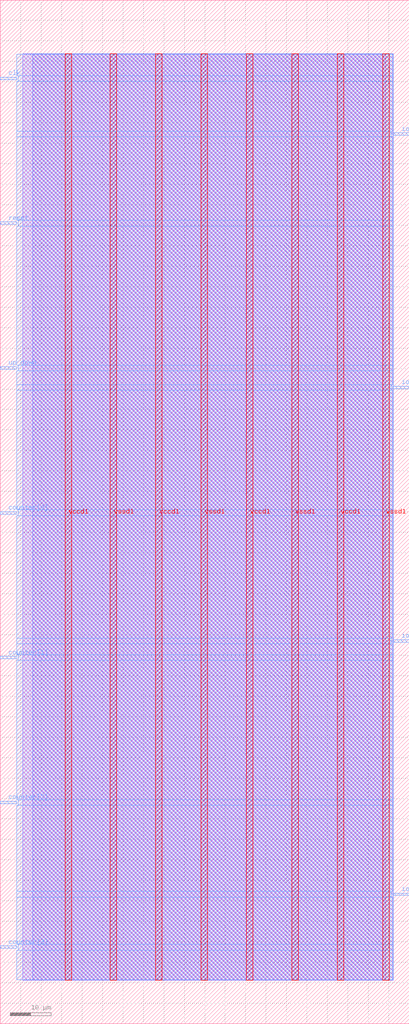
<source format=lef>
VERSION 5.7 ;
  NOWIREEXTENSIONATPIN ON ;
  DIVIDERCHAR "/" ;
  BUSBITCHARS "[]" ;
MACRO mariam_updown_counter
  CLASS BLOCK ;
  FOREIGN mariam_updown_counter ;
  ORIGIN 0.000 0.000 ;
  SIZE 100.000 BY 250.000 ;
  PIN clk
    DIRECTION INPUT ;
    USE SIGNAL ;
    PORT
      LAYER met3 ;
        RECT 0.000 230.560 4.000 231.160 ;
    END
  END clk
  PIN counter[0]
    DIRECTION OUTPUT TRISTATE ;
    USE SIGNAL ;
    PORT
      LAYER met3 ;
        RECT 0.000 124.480 4.000 125.080 ;
    END
  END counter[0]
  PIN counter[1]
    DIRECTION OUTPUT TRISTATE ;
    USE SIGNAL ;
    PORT
      LAYER met3 ;
        RECT 0.000 89.120 4.000 89.720 ;
    END
  END counter[1]
  PIN counter[2]
    DIRECTION OUTPUT TRISTATE ;
    USE SIGNAL ;
    PORT
      LAYER met3 ;
        RECT 0.000 53.760 4.000 54.360 ;
    END
  END counter[2]
  PIN counter[3]
    DIRECTION OUTPUT TRISTATE ;
    USE SIGNAL ;
    PORT
      LAYER met3 ;
        RECT 0.000 18.400 4.000 19.000 ;
    END
  END counter[3]
  PIN io_oeb[0]
    DIRECTION OUTPUT TRISTATE ;
    USE SIGNAL ;
    PORT
      LAYER met3 ;
        RECT 96.000 31.320 100.000 31.920 ;
    END
  END io_oeb[0]
  PIN io_oeb[1]
    DIRECTION OUTPUT TRISTATE ;
    USE SIGNAL ;
    PORT
      LAYER met3 ;
        RECT 96.000 93.200 100.000 93.800 ;
    END
  END io_oeb[1]
  PIN io_oeb[2]
    DIRECTION OUTPUT TRISTATE ;
    USE SIGNAL ;
    PORT
      LAYER met3 ;
        RECT 96.000 155.080 100.000 155.680 ;
    END
  END io_oeb[2]
  PIN io_oeb[3]
    DIRECTION OUTPUT TRISTATE ;
    USE SIGNAL ;
    PORT
      LAYER met3 ;
        RECT 96.000 216.960 100.000 217.560 ;
    END
  END io_oeb[3]
  PIN reset
    DIRECTION INPUT ;
    USE SIGNAL ;
    PORT
      LAYER met3 ;
        RECT 0.000 195.200 4.000 195.800 ;
    END
  END reset
  PIN up_down
    DIRECTION INPUT ;
    USE SIGNAL ;
    PORT
      LAYER met3 ;
        RECT 0.000 159.840 4.000 160.440 ;
    END
  END up_down
  PIN vccd1
    DIRECTION INOUT ;
    USE POWER ;
    PORT
      LAYER met4 ;
        RECT 15.815 10.640 17.415 236.880 ;
    END
    PORT
      LAYER met4 ;
        RECT 38.010 10.640 39.610 236.880 ;
    END
    PORT
      LAYER met4 ;
        RECT 60.205 10.640 61.805 236.880 ;
    END
    PORT
      LAYER met4 ;
        RECT 82.400 10.640 84.000 236.880 ;
    END
  END vccd1
  PIN vssd1
    DIRECTION INOUT ;
    USE GROUND ;
    PORT
      LAYER met4 ;
        RECT 26.910 10.640 28.510 236.880 ;
    END
    PORT
      LAYER met4 ;
        RECT 49.105 10.640 50.705 236.880 ;
    END
    PORT
      LAYER met4 ;
        RECT 71.300 10.640 72.900 236.880 ;
    END
    PORT
      LAYER met4 ;
        RECT 93.495 10.640 95.095 236.880 ;
    END
  END vssd1
  OBS
      LAYER li1 ;
        RECT 5.520 10.795 94.300 236.725 ;
      LAYER met1 ;
        RECT 5.520 10.640 96.070 236.880 ;
      LAYER met2 ;
        RECT 7.910 10.695 96.050 236.825 ;
      LAYER met3 ;
        RECT 4.000 231.560 96.000 236.805 ;
        RECT 4.400 230.160 96.000 231.560 ;
        RECT 4.000 217.960 96.000 230.160 ;
        RECT 4.000 216.560 95.600 217.960 ;
        RECT 4.000 196.200 96.000 216.560 ;
        RECT 4.400 194.800 96.000 196.200 ;
        RECT 4.000 160.840 96.000 194.800 ;
        RECT 4.400 159.440 96.000 160.840 ;
        RECT 4.000 156.080 96.000 159.440 ;
        RECT 4.000 154.680 95.600 156.080 ;
        RECT 4.000 125.480 96.000 154.680 ;
        RECT 4.400 124.080 96.000 125.480 ;
        RECT 4.000 94.200 96.000 124.080 ;
        RECT 4.000 92.800 95.600 94.200 ;
        RECT 4.000 90.120 96.000 92.800 ;
        RECT 4.400 88.720 96.000 90.120 ;
        RECT 4.000 54.760 96.000 88.720 ;
        RECT 4.400 53.360 96.000 54.760 ;
        RECT 4.000 32.320 96.000 53.360 ;
        RECT 4.000 30.920 95.600 32.320 ;
        RECT 4.000 19.400 96.000 30.920 ;
        RECT 4.400 18.000 96.000 19.400 ;
        RECT 4.000 10.715 96.000 18.000 ;
  END
END mariam_updown_counter
END LIBRARY


</source>
